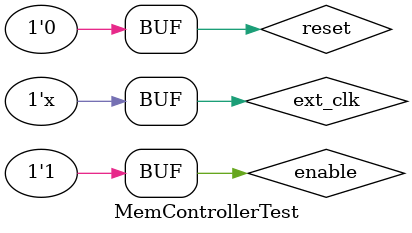
<source format=v>
`timescale 1ns / 1ps


module MemControllerTest;

	// Inputs
	reg enable;
	reg reset;
	reg ext_clk;

	// Outputs
	wire [7:0] color;
	wire HSync;
	wire VSync;
	wire on;

	// Instantiate the Unit Under Test (UUT)
	Computer uut (
		.enable(enable), 
		.reset(reset), 
		.ext_clk(ext_clk), 
		.color(color), 
		.HSync(HSync), 
		.VSync(VSync), 
		.on(on)
	);
	
	always #5 ext_clk = ~ext_clk;

	initial begin
		// Initialize Inputs
		enable = 0;
		reset = 0;
		ext_clk = 0;

		// Wait 100 ns for global reset to finish
		#10;
		
		enable = 1;
        
		// Add stimulus here

	end
      
endmodule


</source>
